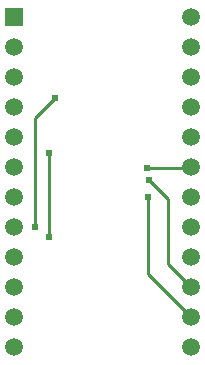
<source format=gbl>
*
%LPD*%
%LNSTEVAL-MKI169V1.GBL*%
%FSLAX24Y24*%
%MOIN*%
%AD*%
%ADD14C,0.01*%
%ADD15C,0.05906*%
%ADD16C,0.05906*%
%ADD17R,0.05906X0.05906*%
%ADD19C,0.024*%
G54D14*
%SRX1Y1I0.0J0.0*%
G1X60494Y39821D2*
G1X60505Y39832D1*
G1X59030Y39821D2*
G1X60494Y39821D1*
G1X59070Y36267D2*
G1X59070Y38850D1*
G1X59070Y36267D2*
G1X60505Y34832D1*
G1X59736Y36601D2*
G1X60505Y35832D1*
G1X59101Y39410D2*
G1X59736Y38775D1*
G1X55291Y41487D2*
G1X55964Y42159D1*
G1X55291Y37852D2*
G1X55291Y41487D1*
G1X55767Y37519D2*
G1X55767Y40333D1*
G1X59736Y36601D2*
G1X59736Y38775D1*
G54D15*
G1X60505Y33832D3*
G1X60505Y43832D3*
G1X60505Y44832D3*
G1X60505Y42832D3*
G1X60505Y41832D3*
G1X60505Y39832D3*
G1X60505Y37832D3*
G1X60505Y36832D3*
G1X60505Y35832D3*
G1X60505Y34832D3*
G1X60505Y40832D3*
G1X60505Y38832D3*
G54D16*
G1X54596Y33832D3*
G1X54596Y34832D3*
G1X54596Y35832D3*
G1X54596Y36832D3*
G1X54596Y38832D3*
G1X54596Y39832D3*
G1X54596Y40832D3*
G1X54596Y41832D3*
G1X54596Y42832D3*
G1X54596Y43832D3*
G1X54596Y37832D3*
G54D17*
G1X54596Y44832D3*
G54D19*
G1X55767Y37519D3*
G1X55291Y37852D3*
G1X55964Y42159D3*
G1X59036Y39821D3*
G1X59113Y39410D3*
G1X59077Y38853D3*
G1X55775Y40326D3*
M2*

</source>
